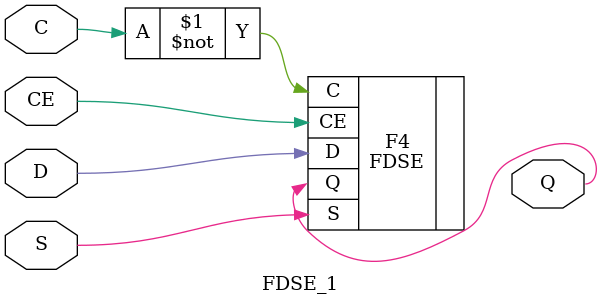
<source format=v>


`timescale  1 ps / 1 ps

module FDSE_1 (Q, C, CE, D, S);

    parameter [0:0] INIT = 1'b1;

    output Q;

    input  C, CE, D, S;

    wire Q;

    FDSE #(.INIT(INIT)) F4(.Q(Q), .C(~C), .CE(CE), .D(D), .S(S));

endmodule


</source>
